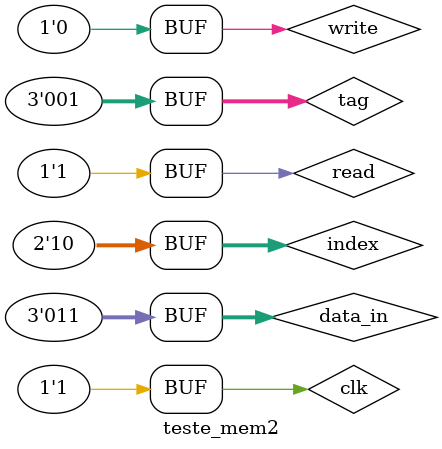
<source format=v>
module mem2 (writeback, data_in, index, tag, read, write, clk, hit, miss, state, valido_exit, dirty_exit, lru_exit, tag_exit, dado_exit, dado_retornadocpu);
	input [1:0]index;
	input clk, read, write;
	input [2:0] tag;
	input [2:0] data_in;
		
	reg lru_mem [3:0][1:0];
	reg dirty_mem [3:0][1:0];
	reg valid_mem [3:0][1:0];
	reg [2:0] tag_mem [3:0][1:0];
	reg [2:0] data_mem [3:0][1:0];
	
	output reg valido_exit;
	output reg lru_exit;
	output reg dirty_exit;
	output reg [2:0]tag_exit;
	output reg [2:0]dado_exit;
	output reg [2:0]dado_retornadocpu;
	output reg writeback;
	
	reg [2:0]cont;
	
	output reg miss;
	output reg hit;
	
	
	output reg [1:0]state;
	
initial begin //bit mais a esquerda = via0, bit mais a direita via1, inicialização da memória
			state = 2'b00;
			miss = 0;
			hit = 0;
			cont = 3'b000;
			writeback = 0;
			
			//via 0
			valid_mem [0][0] = 0; dirty_mem [0][0] = 0; lru_mem[0][0] = 0; tag_mem[0][0] = 3'b100; data_mem [0][0] = 3'b001; // indice 0
			valid_mem [1][0] = 1; dirty_mem [1][0] = 0; lru_mem[1][0] = 1; tag_mem[1][0] = 3'b000; data_mem [1][0] = 3'b011; // indice 1
			valid_mem [2][0] = 1; dirty_mem [2][0] = 1; lru_mem[2][0] = 0; tag_mem[2][0] = 3'b101; data_mem [2][0] = 3'b101; // indice 2
			valid_mem [3][0] = 0; dirty_mem [3][0] = 0; lru_mem[3][0] = 0; tag_mem[3][0] = 3'b000; data_mem [3][0] = 3'b000; // indice 3
			
			//via 1
			valid_mem [0][1] = 0; dirty_mem [0][1] = 0; lru_mem[0][1] = 0; tag_mem[0][1] = 3'b000; data_mem [0][1] = 3'b010; // indice 0
			valid_mem [1][1] = 0; dirty_mem [1][1] = 0; lru_mem[1][1] = 0; tag_mem[1][1] = 3'b000; data_mem [1][1] = 3'b100; // indice 1
			valid_mem [2][1] = 1; dirty_mem [2][1] = 0; lru_mem[2][1] = 1; tag_mem[2][1] = 3'b111; data_mem [2][1] = 3'b110; // indice 2
			valid_mem [3][1] = 0; dirty_mem [3][1] = 0; lru_mem[3][1] = 0; tag_mem[3][1] = 3'b000; data_mem [3][1] = 3'b000; // indice 3
end



always @ (posedge clk) begin

		case(state)
		2'b00:	begin // comparar tag e bit valido e direcionar se é escrita ou leitura
			if((valid_mem [index][0] == 1 && tag_mem[index][0] == tag) || (valid_mem [index][1] == 1 && tag_mem[index][1] == tag)) begin
				
					hit = 1; miss = 0; // marca hit
				
					if(read) begin
						state = 2'b10;
						writeback = 0;
					end
					else if(write) begin
									state = 2'b01;
									writeback = 0;
						  end
			
			end
			
			else begin
				state = 2'b11;
				writeback = 0;
			end
			
		end
		
		2'b01:	begin	// se for escrita vai fazer alguma coisa aqui
		
				if(hit && write) begin
					if(tag == tag_mem[index][0]) begin
								lru_mem [index][0] = 1; 
						end
					else begin
								lru_mem [index][0] = 0; 
					end
				end
				
				if(lru_mem [index][0] == 1)begin
					
					//atualizar o dado antes
					data_mem[index][0] = data_in;
					dirty_mem [index][0] = 1;
					
					valido_exit = valid_mem[index][0];
					lru_exit = lru_mem[index][0];
					dirty_exit = dirty_mem [index][0];
					tag_exit = tag_mem[index][0];
					dado_retornadocpu = data_mem[index][0];
					dado_exit = data_mem[index][0];
					//writeback = 0; //mexer nisso
				end 
				else begin
					//atualizar o dado antes
					data_mem[index][1] = data_in;
					dirty_mem [index][1] = 1;
					
					valido_exit = valid_mem[index][1];
					lru_exit = lru_mem[index][1];
					dirty_exit = dirty_mem [index][1];
					tag_exit = tag_mem[index][1];
					dado_retornadocpu = data_mem[index][1];
					dado_exit = data_mem[index][1];
					//writeback = 0; //mexer nisso
				end
				
				state = 2'b00;
		end
		
		2'b10:	begin // se for leitura vai fazer alguma coisa aqui
		
				if(hit && read)begin
					if(tag == tag_mem[index][0]) begin
							lru_mem [index][0] = 1;
					end
					else begin
							lru_mem [index][0] = 0;
					end
				end
					
				if(lru_mem [index][0] == 1)begin
					valido_exit = valid_mem[index][0];
					lru_exit = lru_mem[index][0];
					dirty_exit = dirty_mem [index][0];
					tag_exit = tag_mem[index][0];
					dado_retornadocpu = data_mem[index][0];
					dado_exit = data_mem[index][0];
					//writeback = 0; //mexer nisso
					
				end
				else begin
					valido_exit = valid_mem[index][1];
					lru_exit = lru_mem[index][1];
					dirty_exit = dirty_mem [index][1];
					tag_exit = tag_mem[index][1];
					dado_retornadocpu = data_mem[index][1];
					dado_exit = data_mem[index][1];
					
				end
				
					state = 2'b00;
		end
		
		2'b11:	begin // caso for miss sera tratado aqui.
			
			miss = 1; hit = 0;
			cont = cont + 1'b1;
			
			if (read) begin
			
					if (lru_mem [index][0] == 0)begin
								
								if(dirty_mem [index][0] == 1)begin
									writeback = 1;
								end
								
								valid_mem[index][0] = 1; dirty_mem [index][0] = 0; lru_mem[index][0] = 1; tag_mem[index][0] = tag; data_mem[index][0] = cont;
								lru_mem[index][1] = 0;
								 
					end
					
					else begin
					
								if(dirty_mem [index][1] == 1)begin
									writeback = 1;
								end
								
								valid_mem[index][1] = 1; dirty_mem [index][1] = 0; lru_mem[index][1] = 1; tag_mem[index][1] = tag; data_mem[index][1] = cont;
								lru_mem[index][0] = 0;
								dado_exit = data_mem[index][1]; // talvez chamar o display nesse momento
					end
				
					state = 2'b10;
			end
			
			//tratar quando der miss na leitura
			else begin
					if (lru_mem [index][0] == 0)begin
					
								if(dirty_mem [index][0] == 1)begin
									writeback = 1;
								end
					
								tag_mem[index][0] = tag; 
								lru_mem[index][0] = 1; 
								lru_mem[index][1] = 0;
								
					end
					
					else begin
					
								if(dirty_mem [index][1] == 1)begin
									writeback = 1;
								end
								
								tag_mem[index][1] = tag; 
								lru_mem[index][1] = 1; 
								lru_mem[index][0] = 0;
							
					end
			
			
					//manda para a escrita
					state = 2'b01;
			
			end
			
		
		end
		
	endcase


end


endmodule

/////////////////////////////////////////////// modulo display/////////////////////////////////////////////////

module BCDpara7Seg(IN, S);

	input [3:0] IN;
	output [6:0] S;
	
	wire A, B, C, D;
	
	assign A = IN[3];
	assign B = IN[2];
	assign C = IN[1];
	assign D = IN[0];

	assign S[0] = B&(~C)&(~D) | (~A)&(~B)&(~C)&D;
	assign S[1] = B&(C&(~D) | (~C)&D);
	assign S[2] = (~B)&C&(~D);
	assign S[3] = B&C&D | B&(~C)&(~D) | (~A)&(~B)&(~C)&D;
	assign S[4] = B&(~C) | D;
	assign S[5] = (~A)&(~B)&D | C&D | (~B)&C;
	assign S[6] = B&C&D | (~A)&(~B)&(~C);

endmodule

/////////////////////////////////////////////// modulo simulação///////////////////////////////////////////////

module teste_mem2();

	reg [1:0]index;
	reg clk, read, write;
	reg [2:0] tag;
	reg [2:0] data_in;
	
	wire miss;
	wire hit;
	wire writeback;
	wire [1:0]state;
	wire valido_exit;
	wire lru_exit;
	wire dirty_exit;
	wire [2:0]tag_exit;
	wire [2:0]dado_exit;
	wire [2:0]dado_retornadocpu;

	mem2 dut (writeback, data_in, index, tag, read, write, clk, hit, miss, state, valido_exit, dirty_exit, lru_exit, tag_exit, dado_exit, dado_retornadocpu);
	
	initial begin
		//read miss via 0 - caso 1
		index = 2'b00; tag = 3'b100; read = 1; write = 0; clk = 0; #1;
		index = 2'b00; tag = 3'b100; read = 1; write = 0; clk = 1; #1;
		index = 2'b00; tag = 3'b100; read = 1; write = 0; clk = 0; #1;
		index = 2'b00; tag = 3'b100; read = 1; write = 0; clk = 1; #1;
		index = 2'b00; tag = 3'b100; read = 1; write = 0; clk = 0; #1;
		index = 2'b00; tag = 3'b100; read = 1; write = 0; clk = 1; #1;
		
		//read miss via 1 - caso 2
		index = 2'b00; tag = 3'b101; read = 1; write = 0; clk = 0; #1;
		index = 2'b00; tag = 3'b101; read = 1; write = 0; clk = 1; #1;
		index = 2'b00; tag = 3'b101; read = 1; write = 0; clk = 0; #1;
		index = 2'b00; tag = 3'b101; read = 1; write = 0; clk = 1; #1;
		index = 2'b00; tag = 3'b101; read = 1; write = 0; clk = 0; #1;
		index = 2'b00; tag = 3'b101; read = 1; write = 0; clk = 1; #1;
		
		//read hit via 0 - caso 3
		index = 2'b00; tag = 3'b100; read = 1; write = 0; clk = 0; #1;
		index = 2'b00; tag = 3'b100; read = 1; write = 0; clk = 1; #1;
		index = 2'b00; tag = 3'b100; read = 1; write = 0; clk = 0; #1;
		index = 2'b00; tag = 3'b100; read = 1; write = 0; clk = 1; #1;
		index = 2'b00; tag = 3'b100; read = 1; write = 0; clk = 0; #1;
		index = 2'b00; tag = 3'b100; read = 1; write = 0; clk = 1; #1;
		
		//write hit via 0 - caso 4
		data_in = 3'b111; index = 2'b01; tag = 3'b000; read = 0; write = 1; clk = 0; #1;
		data_in = 3'b111; index = 2'b01; tag = 3'b000; read = 0; write = 1; clk = 1; #1;
		data_in = 3'b111; index = 2'b01; tag = 3'b000; read = 0; write = 1; clk = 0; #1;
		data_in = 3'b111; index = 2'b01; tag = 3'b000; read = 0; write = 1; clk = 1; #1;
		data_in = 3'b111; index = 2'b01; tag = 3'b000; read = 0; write = 1; clk = 0; #1;
		data_in = 3'b111; index = 2'b01; tag = 3'b000; read = 0; write = 1; clk = 1; #1;
		
		//write hit via 1 - caso 5
		data_in = 3'b010; index = 2'b10; tag = 3'b111; read = 0; write = 1; clk = 0; #1;
		data_in = 3'b010; index = 2'b10; tag = 3'b111; read = 0; write = 1; clk = 1; #1;
		data_in = 3'b010; index = 2'b10; tag = 3'b111; read = 0; write = 1; clk = 0; #1;
		data_in = 3'b010; index = 2'b10; tag = 3'b111; read = 0; write = 1; clk = 1; #1;
		data_in = 3'b010; index = 2'b10; tag = 3'b111; read = 0; write = 1; clk = 0; #1;
		data_in = 3'b010; index = 2'b10; tag = 3'b111; read = 0; write = 1; clk = 1; #1;
		
		//write miss com writeback - caso 6
		data_in = 3'b011; index = 2'b10; tag = 3'b110; read = 0; write = 1; clk = 0; #1;
		data_in = 3'b011; index = 2'b10; tag = 3'b110; read = 0; write = 1; clk = 1; #1;
		data_in = 3'b011; index = 2'b10; tag = 3'b110; read = 0; write = 1; clk = 0; #1;
		data_in = 3'b011; index = 2'b10; tag = 3'b110; read = 0; write = 1; clk = 1; #1;
		data_in = 3'b011; index = 2'b10; tag = 3'b110; read = 0; write = 1; clk = 0; #1;
		data_in = 3'b011; index = 2'b10; tag = 3'b110; read = 0; write = 1; clk = 1; #1;
		data_in = 3'b011; index = 2'b10; tag = 3'b110; read = 0; write = 1; clk = 0; #1;
		data_in = 3'b011; index = 2'b10; tag = 3'b110; read = 0; write = 1; clk = 1; #1;
		
		//read miss com writeback - caso 7
		index = 2'b10; tag = 3'b001; read = 1; write = 0; clk = 0; #1;
		index = 2'b10; tag = 3'b001; read = 1; write = 0; clk = 1; #1;
		index = 2'b10; tag = 3'b001; read = 1; write = 0; clk = 0; #1;
		index = 2'b10; tag = 3'b001; read = 1; write = 0; clk = 1; #1;
		index = 2'b10; tag = 3'b001; read = 1; write = 0; clk = 0; #1;
		index = 2'b10; tag = 3'b001; read = 1; write = 0; clk = 1; #1;
		
	end
	
	initial begin
		$monitor("Tempo : %0d, Writeback: %b Miss: %b, Hit: %b, State: %b, valido_exit: %b, dirty_exit: %b, lru_exit: %b, tag_exit: %b, dado_exit: %b, dado_retornadocpu: %b", 
		$time, writeback, miss, hit, state, valido_exit, dirty_exit, lru_exit, tag_exit, dado_exit, dado_retornadocpu); //monitor: sempre que alguma das "variaveis" de formatacao se alterar, imprime na tela
	end
	
	
endmodule

</source>
